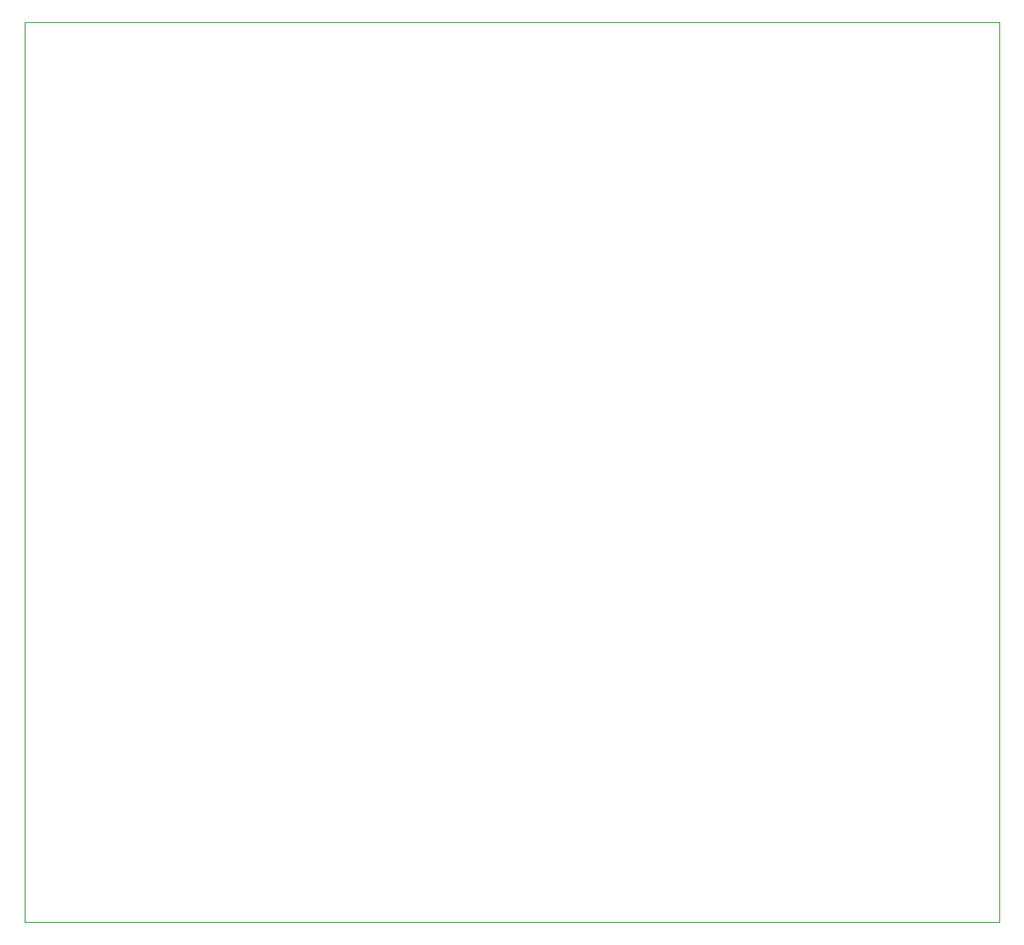
<source format=gbr>
G04 #@! TF.GenerationSoftware,KiCad,Pcbnew,(5.1.2-1)-1*
G04 #@! TF.CreationDate,2019-08-12T18:55:16+10:00*
G04 #@! TF.ProjectId,PanelSwitchPCB,50616e65-6c53-4776-9974-63685043422e,rev?*
G04 #@! TF.SameCoordinates,Original*
G04 #@! TF.FileFunction,Profile,NP*
%FSLAX46Y46*%
G04 Gerber Fmt 4.6, Leading zero omitted, Abs format (unit mm)*
G04 Created by KiCad (PCBNEW (5.1.2-1)-1) date 2019-08-12 18:55:16*
%MOMM*%
%LPD*%
G04 APERTURE LIST*
%ADD10C,0.050000*%
G04 APERTURE END LIST*
D10*
X156210000Y-30480000D02*
X156210000Y-123190000D01*
X55880000Y-123190000D02*
X55880000Y-30480000D01*
X156210000Y-123190000D02*
X55880000Y-123190000D01*
X55880000Y-30480000D02*
X156210000Y-30480000D01*
M02*

</source>
